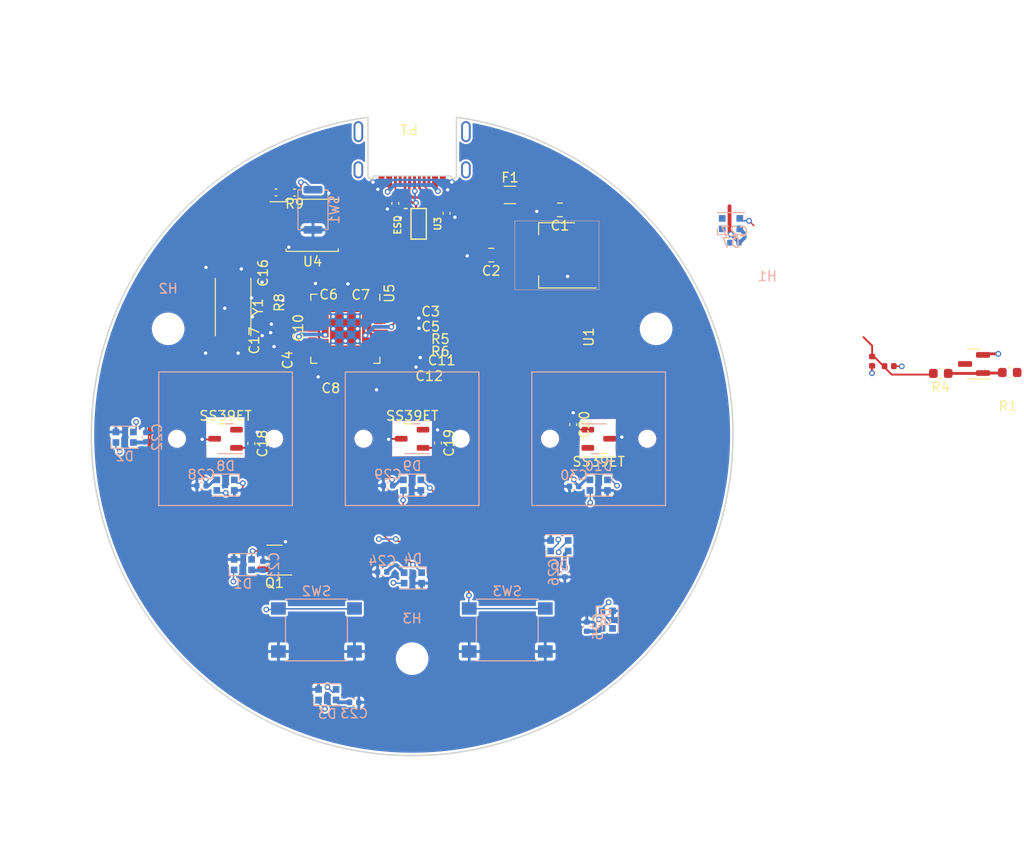
<source format=kicad_pcb>
(kicad_pcb (version 20221018) (generator pcbnew)
  (title_block (title "RP2040 Minimal Design Example") (date "2020-07-13") (rev "REV1") (company "Raspberry Pi (Trading) Ltd"))
  (layers (0 "F.Cu" signal) (31 "B.Cu" signal) (34 "B.Paste" user) (35 "F.Paste" user) (36 "B.SilkS" user "B.Silkscreen") (37 "F.SilkS" user "F.Silkscreen") (38 "B.Mask" user) (39 "F.Mask" user) (44 "Edge.Cuts" user))
  (net 0 "")
  (net 1 "GND")
  (net 2 "VBUS")
  (net 3 "/XIN")
  (net 4 "/XOUT")
  (net 5 "+3V3")
  (net 6 "+1V1")
  (net 7 "/GPIO2")
  (net 8 "/GPIO1")
  (net 9 "/GPIO0")
  (net 10 "Net-(D6-DOUT)")
  (net 11 "/GPIO9")
  (net 12 "/GPIO8")
  (net 13 "/GPIO7")
  (net 14 "/GPIO6")
  (net 15 "/GPIO5")
  (net 16 "/GPIO4")
  (net 17 "/GPIO3")
  (net 18 "/QSPI_SS")
  (net 19 "/GPIO29_ADC3")
  (net 20 "/QSPI_SD3")
  (net 21 "/QSPI_SCLK")
  (net 22 "/QSPI_SD0")
  (net 23 "/QSPI_SD2")
  (net 24 "/QSPI_SD1")
  (net 25 "/USB_D+")
  (net 26 "/USB_D-")
  (net 27 "/GPIO25")
  (net 28 "/GPIO24")
  (net 29 "/GPIO23")
  (net 30 "/GPIO22")
  (net 31 "/GPIO21")
  (net 32 "/GPIO20")
  (net 33 "/GPIO14")
  (net 34 "/GPIO13")
  (net 35 "LED_D_5V")
  (net 36 "+5V")
  (net 37 "+3V")
  (net 38 "SWCLK")
  (net 39 "SWD")
  (net 40 "RUN")
  (net 41 "Net-(U5-USB_DP)")
  (net 42 "Net-(U5-USB_DM)")
  (net 43 "RP_ADC0")
  (net 44 "RP_ADC1")
  (net 45 "RP_ADC2")
  (net 46 "Net-(D1-DOUT)")
  (net 47 "Net-(D2-DOUT)")
  (net 48 "Net-(D3-DOUT)")
  (net 49 "Net-(D4-DOUT)")
  (net 50 "Net-(D5-DOUT)")
  (net 51 "Net-(P1-CC1)")
  (net 52 "ADC_AVDD")
  (net 53 "Net-(P1-CC2)")
  (net 54 "/GPIO16")
  (net 55 "/GPIO10")
  (net 56 "/GPIO11")
  (net 57 "GPIO18")
  (net 58 "GPIO19")
  (net 59 "/GPIO12")
  (net 61 "Net-(C17-Pad1)")
  (net 62 "/GPIO17")
  (net 63 "LED_D_3V")
  (net 64 "Net-(D8-DOUT)")
  (net 65 "Net-(D10-DIN)")
  (net 66 "Net-(D10-DOUT)")
  (net 68 "Net-(R9-Pad1)")
  (footprint "Capacitor_SMD:C_0805_2012Metric" (layer "F.Cu") (at 108.27 80.79 180)
    (fp_text reference "C2")
    (fp_text value "10u")
  )
  (footprint "Capacitor_SMD:C_0402_1005Metric" (layer "F.Cu") (at 99.095 92.4925)
    (fp_text reference "C12")
    (fp_text value "1u")
  )
  (footprint "Capacitor_SMD:C_0402_1005Metric" (layer "F.Cu") (at 99.545 91.5)
    (fp_text reference "C11")
    (fp_text value "1u")
  )
  (footprint "Capacitor_SMD:C_0402_1005Metric" (layer "F.Cu") (at 91.505 93.5475 180)
    (fp_text reference "C8")
    (fp_text value "100n")
  )
  (footprint "Package_TO_SOT_SMD:SOT-223-3_TabPin2" (layer "F.Cu") (at 115.13 80.82 180)
    (fp_text reference "U1")
    (fp_text value "NCP1117-3.3_SOT223" hide)
  )
  (footprint "Package_SO:SOIC-8_5.23x5.23mm_P1.27mm" (layer "F.Cu") (at 89.55 77.675)
    (fp_text reference "U4")
    (fp_text value "W25Q32JVSS")
  )
  (footprint "Capacitor_SMD:C_0402_1005Metric" (layer "F.Cu") (at 84.312481 87.9435 -90)
    (fp_text reference "C17")
    (fp_text value "27p")
  )
  (footprint "Capacitor_SMD:C_0402_1005Metric" (layer "F.Cu") (at 99.43 88.4675)
    (fp_text reference "C5")
    (fp_text value "100n")
  )
  (footprint "Capacitor_SMD:C_0402_1005Metric" (layer "F.Cu") (at 94.6275 83.78 180)
    (fp_text reference "C7")
    (fp_text value "100n")
  )
  (footprint "Capacitor_SMD:C_0402_1005Metric" (layer "F.Cu") (at 86.505992 88.9025 180)
    (fp_text reference "C10")
    (fp_text value "100n")
  )
  (footprint "Capacitor_SMD:C_0402_1005Metric" (layer "F.Cu") (at 99.430876 89.485 180)
    (fp_text reference "R5")
    (fp_text value "27R")
  )
  (footprint "Capacitor_SMD:C_0402_1005Metric" (layer "F.Cu") (at 87.1 90.35 180)
    (fp_text reference "C4")
    (fp_text value "100n")
  )
  (footprint "Capacitor_SMD:C_0805_2012Metric" (layer "F.Cu") (at 115.45 76.06 180)
    (fp_text reference "C1")
    (fp_text value "10u")
  )
  (footprint "Capacitor_SMD:C_0402_1005Metric" (layer "F.Cu") (at 91.2775 83.75 180)
    (fp_text reference "C6")
    (fp_text value "100n")
  )
  (footprint "RP2040_minimal:RP2040-QFN-56" (layer "F.Cu") (at 93.02 88.4975 -90)
    (fp_text reference "U5")
    (fp_text value "RP2040")
  )
  (footprint "Capacitor_SMD:C_0402_1005Metric" (layer "F.Cu") (at 84.312481 84.9735 90)
    (fp_text reference "C16")
    (fp_text value "27p")
  )
  (footprint "Capacitor_SMD:C_0402_1005Metric" (layer "F.Cu") (at 99.430876 90.485 180)
    (fp_text reference "R6")
    (fp_text value "27R")
  )
  (footprint "Capacitor_SMD:C_0402_1005Metric" (layer "F.Cu") (at 99.42 87.3875)
    (fp_text reference "C3")
    (fp_text value "100n")
  )
  (footprint "Capacitor_SMD:C_0402_1005Metric" (layer "F.Cu") (at 92.575 74.2625 180)
    (fp_text reference "C15" hide)
    (fp_text value "100n" hide)
  )
  (footprint "Capacitor_SMD:C_0402_1005Metric" (layer "F.Cu") (at 86.197481 87.1585 180)
    (fp_text reference "R8")
    (fp_text value "1k")
  )
  (footprint "Crystal:Crystal_SMD_Abracon_ABM7-2Pin_6.0x3.5mm" (layer "F.Cu") (at 81.288162 86.22 -90)
    (fp_text reference "Y1")
    (fp_text value "ABM7-12.000MHZ-D2Y-T")
  )
  (footprint "Capacitor_SMD:C_0402_1005Metric" (layer "F.Cu") (at 87.715 74.2525 180)
    (fp_text reference "R9")
    (fp_text value "1k")
  )
  (footprint "Package_TO_SOT_SMD:SOT-23-5" (layer "F.Cu") (at 85.6125 112.69 180)
    (fp_text reference "Q1")
    (fp_text value "SN74LV1T34DBV")
  )
  (footprint "Capacitor_SMD:C_0603_1608Metric" (layer "F.Cu") (at 155.2575 93.1675 180)
    (fp_text reference "R4")
    (fp_text value "1R")
  )
  (footprint "Package_TO_SOT_SMD:SOT-23-3" (layer "F.Cu") (at 119.5 100)
    (fp_text reference "S3" hide)
    (fp_text value "SS39ET")
  )
  (footprint "Capacitor_SMD:C_0603_1608Metric" (layer "F.Cu") (at 162.4675 93.0675 180)
    (fp_text reference "R1")
    (fp_text value "200R")
  )
  (footprint "Keebio-Parts:SOT-143B" (layer "F.Cu") (at 100.68 77.52 -90)
    (fp_text reference "U3")
    (fp_text value "PRTR5V0U2X" hide)
  )
  (footprint "Package_TO_SOT_SMD:SOT-23-3" (layer "F.Cu") (at 100 100 180)
    (fp_text reference "S2" hide)
    (fp_text value "SS39ET")
  )
  (footprint "Package_TO_SOT_SMD:SOT-23" (layer "F.Cu") (at 158.735 92.1775 180)
    (fp_text reference "U2" hide)
    (fp_text value "LM4040DBZ-3" hide)
  )
  (footprint "Capacitor_SMD:C_0402_1005Metric" (layer "F.Cu") (at 103.6 76.415 -90)
    (fp_text reference "R2" hide)
    (fp_text value "5.1k" hide)
  )
  (footprint "Capacitor_SMD:C_0402_1005Metric" (layer "F.Cu") (at 149.865 92.4075)
    (fp_text reference "C14" hide)
    (fp_text value "1u" hide)
  )
  (footprint "Package_TO_SOT_SMD:SOT-23-3" (layer "F.Cu") (at 80.5 100 180)
    (fp_text reference "S1" hide)
    (fp_text value "SS39ET")
  )
  (footprint "Capacitor_SMD:C_0402_1005Metric" (layer "F.Cu") (at 83.19 100.5 -90)
    (fp_text reference "C18")
    (fp_text value "1u")
  )
  (footprint "Capacitor_SMD:C_0402_1005Metric" (layer "F.Cu") (at 96.33 93.61 -90)
    (fp_text reference "C9" hide)
    (fp_text value "100n" hide)
  )
  (footprint "Capacitor_SMD:C_0402_1005Metric" (layer "F.Cu") (at 148.08 91.885 -90)
    (fp_text reference "C13" hide)
    (fp_text value "100n" hide)
  )
  (footprint "Capacitor_SMD:C_0402_1005Metric" (layer "F.Cu") (at 116.84 98.524 -90)
    (fp_text reference "C20")
    (fp_text value "1u")
  )
  (footprint "Capacitor_SMD:C_0402_1005Metric" (layer "F.Cu") (at 98.242 75.383 -90)
    (fp_text reference "R3" hide)
    (fp_text value "5.1k" hide)
  )
  (footprint "Capacitor_SMD:C_0402_1005Metric" (layer "F.Cu") (at 102.7 100.44 -90)
    (fp_text reference "C19")
    (fp_text value "1u")
  )
  (footprint "Capacitor_SMD:C_0402_1005Metric" (layer "F.Cu") (at 85.775 74.2425)
    (fp_text reference "R7" hide)
    (fp_text value "10k" hide)
  )
  (footprint "Connector_USB:USB_C_Receptacle_DEALON_16P_MidMnt" (layer "F.Cu") (at 100 67.88 180)
    (fp_text reference "P1")
    (fp_text value "USB-TYPE-C-016" hide)
    (fp_line (start -4.62 -4.6) (end -4.625 1.5) (stroke (width 0.12)) (layer "Edge.Cuts"))
    (fp_line (start -4.025 -4.625) (end 4.025 -4.625) (stroke (width 0.12)) (layer "Edge.Cuts"))
    (fp_line (start 4.62 -4.6) (end 4.62 1.5) (stroke (width 0.12)) (layer "Edge.Cuts"))
    (fp_arc (start -4.62 -4.6) (mid -4.335 -4.91) (end -4.025 -4.625) (stroke (width 0.12)) (layer "Edge.Cuts"))
    (fp_arc (start 4.025 -4.625) (mid 4.335 -4.91) (end 4.62 -4.6) (stroke (width 0.12)) (layer "Edge.Cuts"))
  )
  (footprint "Fuse:Fuse_1206_3216Metric" (layer "F.Cu") (at 110.23 74.5)
    (fp_text reference "F1")
    (fp_text value "nSMD025-24V" hide)
  )
  (footprint "Capacitor_SMD:C_0402_1005Metric" (layer "B.Cu") (at 115.955 113.97 -90)
    (fp_text reference "C26")
    (fp_text value "100n")
  )
  (footprint "Button_Switch_SMD:SW_Push_SPST_NO_Alps_SKRK" (layer "B.Cu") (at 89.635 76.0525 90)
    (fp_text reference "SW1")
    (fp_text value "SKRKAHE020")
  )
  (footprint "Capacitor_SMD:C_0402_1005Metric" (layer "B.Cu") (at 97.48 104.9 180)
    (fp_text reference "C29")
    (fp_text value "100n")
  )
  (footprint "Capacitor_SMD:C_0402_1005Metric" (layer "B.Cu") (at 118.256 119.65 90)
    (fp_text reference "C25")
    (fp_text value "100n")
  )
  (footprint "MountingHole:MountingHole_3.2mm_M3" (layer "B.Cu") (at 100 123 180)
    (fp_text reference "H3")
    (fp_text value "MountingHole_3.2mm_M3")
  )
  (footprint "Capacitor_SMD:C_0402_1005Metric" (layer "B.Cu") (at 133.685 79.49 180)
    (fp_text reference "C27")
    (fp_text value "100n")
  )
  (footprint "Button_Switch_SMD:SW_Push_1P1T_NO_6x6mm_H9.5mm" (layer "B.Cu") (at 90 120 180)
    (fp_text reference "SW2")
    (fp_text value "PTS647 SN70 SMTR2 LFS")
  )
  (footprint "LED_SMD:LED_WS2812B-2020_PLCC4_2.0x2.0mm" (layer "B.Cu") (at 69.95 99.84)
    (fp_text reference "D2")
    (fp_text value "WS2812B-2020")
  )
  (footprint "Button_Switch_Keyboard:SW_Lekker_MX_1.00u_PCB" (layer "B.Cu") (at 119.5 100 180)
    (fp_text reference "REF**" hide)
    (fp_text value "SW_Lekker_MX_1.00u_PCB")
  )
  (footprint "Capacitor_SMD:C_0402_1005Metric" (layer "B.Cu") (at 84.413 113.298 90)
    (fp_text reference "C21")
    (fp_text value "100n")
  )
  (footprint "Button_Switch_Keyboard:SW_Lekker_MX_1.00u_PCB" (layer "B.Cu") (at 100 100 180)
    (fp_text reference "REF**" hide)
    (fp_text value "SW_Lekker_MX_1.00u_PCB")
  )
  (footprint "Capacitor_SMD:C_0402_1005Metric" (layer "B.Cu") (at 72.18 99.84 90)
    (fp_text reference "C22")
    (fp_text value "100n")
  )
  (footprint "LED_SMD:LED_WS2812B-2020_PLCC4_2.0x2.0mm" (layer "B.Cu") (at 119.5 104.85 180)
    (fp_text reference "D10")
    (fp_text value "WS2812B-2020")
  )
  (footprint "LED_SMD:LED_WS2812B-2020_PLCC4_2.0x2.0mm" (layer "B.Cu") (at 120.4 118.92 -90)
    (fp_text reference "D5")
    (fp_text value "WS2812B-2020")
  )
  (footprint "MountingHole:MountingHole_3.2mm_M3" (layer "B.Cu") (at 74.5 88.5 180)
    (fp_text reference "H2")
    (fp_text value "MountingHole_3.2mm_M3")
  )
  (footprint "Capacitor_SMD:C_0402_1005Metric" (layer "B.Cu") (at 93.939 127.569)
    (fp_text reference "C23")
    (fp_text value "100n")
  )
  (footprint "LED_SMD:LED_WS2812B-2020_PLCC4_2.0x2.0mm" (layer "B.Cu") (at 133.33 77.5)
    (fp_text reference "D7")
    (fp_text value "WS2812B-2020")
  )
  (footprint "MountingHole:MountingHole_3.2mm_M3" (layer "B.Cu") (at 125.5 88.5 180)
    (fp_text reference "H1")
    (fp_text value "MountingHole_3.2mm_M3")
  )
  (footprint "LED_SMD:LED_WS2812B-2020_PLCC4_2.0x2.0mm" (layer "B.Cu") (at 91.135 126.77)
    (fp_text reference "D3")
    (fp_text value "WS2812B-2020")
  )
  (footprint "LED_SMD:LED_WS2812B-2020_PLCC4_2.0x2.0mm" (layer "B.Cu") (at 100 104.85 180)
    (fp_text reference "D9")
    (fp_text value "WS2812B-2020")
  )
  (footprint "Button_Switch_SMD:SW_Push_1P1T_NO_6x6mm_H9.5mm" (layer "B.Cu") (at 109.94 120 180)
    (fp_text reference "SW3")
    (fp_text value "PTS647 SN70 SMTR2 LFS")
  )
  (footprint "LED_SMD:LED_WS2812B-2020_PLCC4_2.0x2.0mm" (layer "B.Cu") (at 82.303 113.168)
    (fp_text reference "D1")
    (fp_text value "WS2812B-2020")
  )
  (footprint "Button_Switch_Keyboard:SW_Lekker_MX_1.00u_PCB" (layer "B.Cu") (at 80.5 100 180)
    (fp_text reference "REF**" hide)
    (fp_text value "SW_Lekker_MX_1.00u_PCB")
  )
  (footprint "LED_SMD:LED_WS2812B-2020_PLCC4_2.0x2.0mm" (layer "B.Cu") (at 115.395 111.19)
    (fp_text reference "D6")
    (fp_text value "WS2812B-2020")
  )
  (footprint "LED_SMD:LED_WS2812B-2020_PLCC4_2.0x2.0mm" (layer "B.Cu") (at 80.5 104.85 180)
    (fp_text reference "D8")
    (fp_text value "WS2812B-2020")
  )
  (footprint "Capacitor_SMD:C_0402_1005Metric" (layer "B.Cu") (at 77.978 104.902 180)
    (fp_text reference "C28")
    (fp_text value "100n")
  )
  (footprint "LED_SMD:LED_WS2812B-2020_PLCC4_2.0x2.0mm" (layer "B.Cu") (at 100.076 114.554 180)
    (fp_text reference "D4")
    (fp_text value "WS2812B-2020" hide)
  )
  (footprint "Capacitor_SMD:C_0402_1005Metric" (layer "B.Cu") (at 116.93 104.98 180)
    (fp_text reference "C30")
    (fp_text value "100n")
  )
  (footprint "Capacitor_SMD:C_0402_1005Metric" (layer "B.Cu") (at 96.87 113.93 180)
    (fp_text reference "C24")
    (fp_text value "100n")
  )
  (gr_arc (start 104.625 66.38) (mid 99.997523 133.136981) (end 95.379906 66.379318) (stroke (width 0.15)) (layer "Edge.Cuts"))
  (segment (start 105.755625 80.86875) (end 105.784375 80.84) (width 0.6) (layer "F.Cu") (net 1))
  (segment (start 99.925 87.3675) (end 100.68 87.3675) (width 0.2) (layer "F.Cu") (net 1))
  (segment (start 103.77 73.9075) (end 103.77 73.54) (width 0.25) (layer "F.Cu") (net 1))
  (segment (start 90.1775 93.535) (end 91.0075 93.535) (width 0.15) (layer "F.Cu") (net 1))
  (segment (start 100.8375 91.5) (end 100.03 91.5) (width 0.2) (layer "F.Cu") (net 1))
  (segment (start 85.285 88.0125) (end 85.048481 88.0125) (width 0.15) (layer "F.Cu") (net 1))
  (segment (start 83.81 99.33) (end 83.19 99.95) (width 0.2) (layer "F.Cu") (net 1))
  (segment (start 78.05 100.06) (end 78.1 100.07) (width 0.2) (layer "F.Cu") (net 1))
  (segment (start 86.724338 79.58) (end 85.95 79.58) (width 0.15) (layer "F.Cu") (net 1))
  (segment (start 100.72 88.4475) (end 99.9125 88.4475) (width 0.2) (layer "F.Cu") (net 1))
  (segment (start 99.905 87.3875) (end 99.925 87.3675) (width 0.2) (layer "F.Cu") (net 1))
  (segment (start 86.76 110.77) (end 86.76 111.655) (width 0.2) (layer "F.Cu") (net 1))
  (segment (start 84.632481 88.4285) (end 84.312481 88.4285) (width 0.15) (layer "F.Cu") (net 1))
  (segment (start 87.109669 79.965331) (end 86.724338 79.58) (width 0.2) (layer "F.Cu") (net 1))
  (segment (start 104.13 73.135) (end 104.15 73.155) (width 0.25) (layer "F.Cu") (net 1))
  (segment (start 96.42 73.915) (end 96.42 73.37) (width 0.25) (layer "F.Cu") (net 1))
  (segment (start 96.42 73.37) (end 96.9 72.89) (width 0.25) (layer "F.Cu") (net 1))
  (segment (start 151.105 92.4275) (end 151.085 92.4075) (width 0.15) (layer "F.Cu") (net 1))
  (segment (start 99.5875 92.5) (end 100.405 92.5) (width 0.2) (layer "F.Cu") (net 1))
  (segment (start 78.98 100.07) (end 78.12 100.07) (width 0.2) (layer "F.Cu") (net 1))
  (segment (start 96.635 73.155) (end 95.9075 73.155) (width 0.25) (layer "F.Cu") (net 1))
  (segment (start 117.38 83.02) (end 117.46 82.94) (width 0.8) (layer "F.Cu") (net 1))
  (segment (start 98.242 76.003) (end 97.442 76.003) (width 0.15) (layer "F.Cu") (net 1))
  (segment (start 86.020992 88.9025) (end 85.209008 88.9025) (width 0.2) (layer "F.Cu") (net 1))
  (segment (start 83.19 99.95) (end 83.19 100.02) (width 0.15) (layer "F.Cu") (net 1))
  (segment (start 121.92 99.822) (end 120.8155 99.822) (width 0.2) (layer "F.Cu") (net 1))
  (segment (start 104.38 76.925) (end 104.47 76.835) (width 0.2) (layer "F.Cu") (net 1))
  (segment (start 102.71 99.98) (end 102.71 99.16) (width 0.2) (layer "F.Cu") (net 1))
  (segment (start 84.312481 89.209) (end 84.323981 89.2205) (width 0.15) (layer "F.Cu") (net 1))
  (segment (start 148.055 93.124324) (end 148.071352 93.140676) (width 0.2) (layer "F.Cu") (net 1))
  (segment (start 93.2875 83.81) (end 93.4875 83.61) (width 0.15) (layer "F.Cu") (net 1))
  (segment (start 96.9 72.89) (end 96.635 73.155) (width 0.25) (layer "F.Cu") (net 1))
  (segment (start 85.583016 88.9035) (end 85.58301 88.903494) (width 0.2) (layer "F.Cu") (net 1))
  (segment (start 84.312481 88.4285) (end 84.312481 89.209) (width 0.15) (layer "F.Cu") (net 1))
  (segment (start 98.77 76.905) (end 99.37 76.905) (width 0.4) (layer "F.Cu") (net 1))
  (segment (start 79.03 100.02) (end 78.98 100.07) (width 0.2) (layer "F.Cu") (net 1))
  (segment (start 120.8155 99.822) (end 120.6375 100) (width 0.2) (layer "F.Cu") (net 1))
  (segment (start 116.84 97.282) (end 116.77 97.352) (width 0.15) (layer "F.Cu") (net 1))
  (segment (start 114.155 76.22) (end 114.235 76.14) (width 0.8) (layer "F.Cu") (net 1))
  (segment (start 113.025 76.22) (end 114.155 76.22) (width 0.8) (layer "F.Cu") (net 1))
  (segment (start 84.312481 84.4885) (end 84.312481 83.6325) (width 0.2) (layer "F.Cu") (net 1))
  (segment (start 103.77 73.54) (end 103.365 73.135) (width 0.25) (layer "F.Cu") (net 1))
  (segment (start 89.5825 87.4975) (end 88.442981 87.4975) (width 0.15) (layer "F.Cu") (net 1))
  (segment (start 96.275 94.875676) (end 96.275 94.205676) (width 0.2) (layer "F.Cu") (net 1))
  (segment (start 99.37 76.905) (end 99.658234 76.616766) (width 0.4) (layer "F.Cu") (net 1))
  (segment (start 86.375 90.3625) (end 85.562996 90.3625) (width 0.2) (layer "F.Cu") (net 1))
  (segment (start 104.41 76.895) (end 104.47 76.835) (width 0.15) (layer "F.Cu") (net 1))
  (segment (start 103.71625 73.96125) (end 103.77 73.9075) (width 0.25) (layer "F.Cu") (net 1))
  (segment (start 91.295 74.3225) (end 91.81 74.3225) (width 0.15) (layer "F.Cu") (net 1))
  (segment (start 161.2685 91.1175) (end 160.1125 91.1175) (width 0.3) (layer "F.Cu") (net 1))
  (segment (start 78.1 100.07) (end 78.11 100.07) (width 0.2) (layer "F.Cu") (net 1))
  (segment (start 160.1125 91.1175) (end 159.9485 91.2815) (width 0.3) (layer "F.Cu") (net 1))
  (segment (start 116.77 97.352) (end 116.77 97.994) (width 0.2) (layer "F.Cu") (net 1))
  (segment (start 93.4875 83.61) (end 93.8425 83.61) (width 0.15) (layer "F.Cu") (net 1))
  (segment (start 98.45 100.01) (end 97.63 100.01) (width 0.2) (layer "F.Cu") (net 1))
  (segment (start 105.784375 80.84) (end 107.115625 80.84) (width 0.6) (layer "F.Cu") (net 1))
  (segment (start 116.25 83.02) (end 117.38 83.02) (width 0.8) (layer "F.Cu") (net 1))
  (segment (start 148.055 92.490676) (end 148.055 93.124324) (width 0.2) (layer "F.Cu") (net 1))
  (segment (start 85.048481 88.0125) (end 84.632481 88.4285) (width 0.15) (layer "F.Cu") (net 1))
  (segment (start 78.12 100.07) (end 78.05 100.06) (width 0.2) (layer "F.Cu") (net 1))
  (segment (start 89.8975 83.76) (end 90.71 83.76) (width 0.2) (layer "F.Cu") (net 1))
  (segment (start 103.6 76.895) (end 104.41 76.895) (width 0.15) (layer "F.Cu") (net 1))
  (segment (start 100.8475 91.51) (end 100.8375 91.5) (width 0.2) (layer "F.Cu") (net 1))
  (segment (start 97.442 76.003) (end 97.412 75.973) (width 0.15) (layer "F.Cu") (net 1))
  (segment (start 104.17 73.135) (end 104.15 73.155) (width 0.25) (layer "F.Cu") (net 1))
  (segment (start 88.442981 87.4975) (end 86.482981 85.5375) (width 0.15) (layer "F.Cu") (net 1))
  (segment (start 103.365 73.135) (end 104.13 73.135) (width 0.25) (layer "F.Cu") (net 1))
  (segment (start 151.085 92.4075) (end 150.362831 92.4075) (width 0.15) (layer "F.Cu") (net 1))
  (via (at 85.285 88.0125) (size 0.6) (drill 0.35) (layers "F.Cu" "B.Cu") (net 1))
  (via (at 80.412481 86.3485) (size 0.6) (drill 0.35) (layers "F.Cu" "B.Cu") (net 1))
  (via (at 83.298162 87.25) (size 0.6) (drill 0.35) (layers "F.Cu" "B.Cu") (net 1))
  (via (at 78.45 82.085) (size 0.6) (drill 0.35) (layers "F.Cu" "B.Cu") (net 1))
  (via (at 82.142481 82.236) (size 0.6) (drill 0.35) (layers "F.Cu" "B.Cu") (net 1))
  (via (at 81.812481 91.0485) (size 0.6) (drill 0.35) (layers "F.Cu" "B.Cu") (net 1))
  (via (at 93.2875 83.81) (size 0.6) (drill 0.35) (layers "F.Cu" "B.Cu") (net 1))
  (via (at 161.2685 91.1175) (size 0.6) (drill 0.35) (layers "F.Cu" "B.Cu") (net 1))
  (via (at 90.1775 93.535) (size 0.6) (drill 0.35) (layers "F.Cu" "B.Cu") (net 1))
  (via (at 86.482981 85.5375) (size 0.6) (drill 0.35) (layers "F.Cu" "B.Cu") (net 1))
  (via (at 148.071352 93.140676) (size 0.6) (drill 0.35) (layers "F.Cu" "B.Cu") (net 1))
  (via (at 103.71625 73.96125) (size 0.6) (drill 0.35) (layers "F.Cu" "B.Cu") (net 1))
  (via (at 89.8975 83.76) (size 0.6) (drill 0.35) (layers "F.Cu" "B.Cu") (net 1))
  (via (at 83.81 99.33) (size 0.6) (drill 0.35) (layers "F.Cu" "B.Cu") (net 1))
  (via (at 113.025 76.22) (size 0.6) (drill 0.35) (layers "F.Cu" "B.Cu") (net 1))
  (via (at 104.15 73.155) (size 0.6) (drill 0.35) (layers "F.Cu" "B.Cu") (net 1))
  (via (at 95.908119 73.163005) (size 0.6) (drill 0.35) (layers "F.Cu" "B.Cu") (net 1))
  (via (at 86.76 110.77) (size 0.6) (drill 0.35) (layers "F.Cu" "B.Cu") (net 1))
  (via (at 100.405 92.5) (size 0.6) (drill 0.35) (layers "F.Cu" "B.Cu") (net 1))
  (via (at 96.42 73.915) (size 0.6) (drill 0.35) (layers "F.Cu" "B.Cu") (net 1))
  (via (at 91.295 74.3225) (size 0.6) (drill 0.35) (layers "F.Cu" "B.Cu") (net 1))
  (via (at 97.54 100.06) (size 0.6) (drill 0.35) (layers "F.Cu" "B.Cu") (net 1))
  (via (at 84.323981 89.2205) (size 0.6) (drill 0.35) (layers "F.Cu" "B.Cu") (net 1))
  (via (at 85.209008 88.9025) (size 0.6) (drill 0.35) (layers "F.Cu" "B.Cu") (net 1))
  (via (at 98.77 76.905) (size 0.6) (drill 0.35) (layers "F.Cu" "B.Cu") (net 1))
  (via (at 97.412 75.973) (size 0.6) (drill 0.35) (layers "F.Cu" "B.Cu") (net 1))
  (via (at 78.41 91.0485) (size 0.6) (drill 0.35) (layers "F.Cu" "B.Cu") (net 1))
  (via (at 116.84 97.282) (size 0.6) (drill 0.35) (layers "F.Cu" "B.Cu") (net 1))
  (via (at 100.8475 91.51) (size 0.6) (drill 0.35) (layers "F.Cu" "B.Cu") (net 1))
  (via (at 102.66 99.07) (size 0.6) (drill 0.35) (layers "F.Cu" "B.Cu") (net 1))
  (via (at 105.755625 80.86875) (size 0.6) (drill 0.35) (layers "F.Cu" "B.Cu") (net 1))
  (via (at 121.92 99.822) (size 0.6) (drill 0.35) (layers "F.Cu" "B.Cu") (net 1))
  (via (at 96.275 94.875676) (size 0.6) (drill 0.35) (layers "F.Cu" "B.Cu") (net 1))
  (via (at 78.05 100.06) (size 0.6) (drill 0.35) (layers "F.Cu" "B.Cu") (net 1))
  (via (at 84.312481 83.6325) (size 0.6) (drill 0.35) (layers "F.Cu" "B.Cu") (net 1))
  (via (at 116.25 83.02) (size 0.6) (drill 0.35) (layers "F.Cu" "B.Cu") (net 1))
  (via (at 100.72 88.4475) (size 0.6) (drill 0.35) (layers "F.Cu" "B.Cu") (net 1))
  (via (at 87.109669 79.965331) (size 0.6) (drill 0.35) (layers "F.Cu" "B.Cu") (net 1))
  (via (at 104.47 76.835) (size 0.6) (drill 0.35) (layers "F.Cu" "B.Cu") (net 1))
  (via (at 100.7 87.3875) (size 0.6) (drill 0.35) (layers "F.Cu" "B.Cu") (net 1))
  (via (at 85.562996 90.3625) (size 0.6) (drill 0.35) (layers "F.Cu" "B.Cu") (net 1))
  (via (at 151.18 92.43) (size 0.6) (drill 0.35) (layers "F.Cu" "B.Cu") (net 1))
  (via (at 83.218162 85.27) (size 0.6) (drill 0.35) (layers "F.Cu" "B.Cu") (net 1))
  (segment (start 81.383 112.618) (end 81.663 112.618) (width 0.15) (layer "B.Cu") (net 1))
  (segment (start 102.69 74.105) (end 102.48 73.895) (width 0.4) (layer "F.Cu") (net 2))
  (segment (start 97.44 74.175) (end 97.68 73.935) (width 0.4) (layer "F.Cu") (net 2))
  (segment (start 102.48 73.895) (end 102.48 73.06) (width 0.4) (layer "F.Cu") (net 2))
  (segment (start 97.68 73.935) (end 97.68 73.06) (width 0.4) (layer "F.Cu") (net 2))
  (via (at 97.44 74.175) (size 0.6) (drill 0.35) (layers "F.Cu" "B.Cu") (net 2))
  (via (at 102.69 74.105) (size 0.6) (drill 0.35) (layers "F.Cu" "B.Cu") (net 2))
  (segment (start 98.132 73.453) (end 102.078 73.453) (width 0.4) (layer "B.Cu") (net 2))
  (segment (start 97.415 74.185) (end 98.137 73.463) (width 0.4) (layer "B.Cu") (net 2))
  (segment (start 102.695 74.075) (end 102.695 74.115) (width 0.4) (layer "B.Cu") (net 2))
  (segment (start 97.49 74.095) (end 97.44 74.145) (width 0.4) (layer "B.Cu") (net 2))
  (segment (start 97.445 74.155) (end 97.445 74.185) (width 0.4) (layer "B.Cu") (net 2))
  (segment (start 102.695 74.115) (end 102.735 74.115) (width 0.4) (layer "B.Cu") (net 2))
  (segment (start 102.078 73.453) (end 102.69 74.065) (width 0.4) (layer "B.Cu") (net 2))
  (segment (start 97.445 74.185) (end 97.415 74.185) (width 0.4) (layer "B.Cu") (net 2))
  (segment (start 102.735 74.115) (end 102.695 74.075) (width 0.4) (layer "B.Cu") (net 2))
  (segment (start 83.661981 86.109) (end 82.157162 86.109) (width 0.15) (layer "F.Cu") (net 3))
  (segment (start 86.779717 86.2585) (end 85.112481 86.2585) (width 0.15) (layer "F.Cu") (net 3))
  (segment (start 89.5825 87.8975) (end 88.418717 87.8975) (width 0.15) (layer "F.Cu") (net 3))
  (segment (start 88.418717 87.8975) (end 86.779717 86.2585) (width 0.15) (layer "F.Cu") (net 3))
  (segment (start 82.157162 86.109) (end 80.197662 84.1495) (width 0.15) (layer "F.Cu") (net 3))
  (segment (start 84.312481 85.4585) (end 83.661981 86.109) (width 0.15) (layer "F.Cu") (net 3))
  (segment (start 85.112481 86.2585) (end 84.312481 85.4585) (width 0.15) (layer "F.Cu") (net 3))
  (segment (start 89.5825 88.2975) (end 87.821481 88.2975) (width 0.15) (layer "F.Cu") (net 4))
  (segment (start 87.821481 88.2975) (end 86.682481 87.1585) (width 0.15) (layer "F.Cu") (net 4))
  (segment (start 97.510001 88.850001) (end 98.045323 88.850001) (width 0.2) (layer "F.Cu") (net 5))
  (segment (start 98.167824 88.7275) (end 98.685 88.7275) (width 0.2) (layer "F.Cu") (net 5))
  (segment (start 90.135 88.6725) (end 87.596 88.6725) (width 0.2) (layer "F.Cu") (net 5))
  (segment (start 96.4975 88.7) (end 95.66 88.7) (width 0.2) (layer "F.Cu") (net 5))
  (segment (start 95.62 84.2875) (end 95.1125 83.78) (width 0.2) (layer "F.Cu") (net 5))
  (segment (start 95.6675 90.7) (end 95.62 90.7475) (width 0.2) (layer "F.Cu") (net 5))
  (segment (start 83.16 100.95) (end 83.19 100.98) (width 0.15) (layer "F.Cu") (net 5))
  (segment (start 83.05 101.12) (end 83.19 100.98) (width 0.15) (layer "F.Cu") (net 5))
  (segment (start 98.685 88.7275) (end 98.945 88.4675) (width 0.2) (layer "F.Cu") (net 5))
  (segment (start 96.4975 89.1) (end 95.86 89.1) (width 0.2) (layer "F.Cu") (net 5))
  (segment (start 97.36 88.7) (end 96.4975 88.7) (width 0.2) (layer "F.Cu") (net 5))
  (segment (start 91.7625 83.75) (end 92.02 84.0075) (width 0.2) (layer "F.Cu") (net 5))
  (segment (start 92.02 93.5175) (end 92.02 91.935) (width 0.2) (layer "F.Cu") (net 5))
  (segment (start 95.62 85.725) (end 95.61 85.735) (width 0.2) (layer "F.Cu") (net 5))
  (segment (start 90.195 88.7325) (end 90.135 88.6725) (width 0.2) (layer "F.Cu") (net 5))
  (segment (start 91.905 83.535) (end 91.7625 83.6775) (width 0.2) (layer "F.Cu") (net 5))
  (segment (start 93.15 75.77) (end 93.15 74.46) (width 0.2) (layer "F.Cu") (net 5))
  (segment (start 92.02 84.0075) (end 92.02 85.06) (width 0.2) (layer "F.Cu") (net 5))
  (segment (start 95.62 85.06) (end 95.62 84.2875) (width 0.2) (layer "F.Cu") (net 5))
  (segment (start 92.02 91.935) (end 92.02 90.95) (width 0.2) (layer "F.Cu") (net 5))
  (segment (start 116.84 99.004) (end 116.886 99.05) (width 0.2) (layer "F.Cu") (net 5))
  (segment (start 81.6375 100.95) (end 83.16 100.95) (width 0.2) (layer "F.Cu") (net 5))
  (segment (start 96.4975 89.1) (end 97.260002 89.1) (width 0.2) (layer "F.Cu") (net 5))
  (segment (start 97.510001 88.850001) (end 97.36 88.7) (width 0.2) (layer "F.Cu") (net 5))
  (segment (start 91.7625 83.75) (end 91.7625 83.715) (width 0.2) (layer "F.Cu") (net 5))
  (segment (start 92.02 85.8) (end 92.01 85.81) (width 0.2) (layer "F.Cu") (net 5))
  (segment (start 116.835 98.954) (end 116.995 99.114) (width 0.15) (layer "F.Cu") (net 5))
  (segment (start 87.365 88.9035) (end 86.989992 88.9035) (width 0.2) (layer "F.Cu") (net 5))
  (segment (start 98.045323 88.850001) (end 98.167824 88.7275) (width 0.2) (layer "F.Cu") (net 5))
  (segment (start 95.62 92.395) (end 96.33 93.105) (width 0.2) (layer "F.Cu") (net 5))
  (segment (start 91.7625 83.6775) (end 91.7625 83.75) (width 0.2) (layer "F.Cu") (net 5))
  (segment (start 87.596 88.6725) (end 87.365 88.9035) (width 0.2) (layer "F.Cu") (net 5))
  (segment (start 92.02 90.95) (end 92.035 90.935) (width 0.2) (layer "F.Cu") (net 5))
  (segment (start 97.260002 89.1) (end 97.510001 88.850001) (width 0.2) (layer "F.Cu") (net 5))
  (segment (start 95.86 89.1) (end 95.66 88.9) (width 0.2) (layer "F.Cu") (net 5))
  (segment (start 95.62 90.7475) (end 95.62 91.935) (width 0.2) (layer "F.Cu") (net 5))
  (segment (start 102.51 101.1) (end 102.59 101.02) (width 0.15) (layer "F.Cu") (net 5))
  (segment (start 92.02 85.06) (end 92.02 85.8) (width 0.2) (layer "F.Cu") (net 5))
  (segment (start 97.0025 90.7) (end 95.6675 90.7) (width 0.2) (layer "F.Cu") (net 5))
  (segment (start 116.886 99.05) (end 118.3625 99.05) (width 0.2) (layer "F.Cu") (net 5))
  (segment (start 101.1375 100.95) (end 102.63 100.95) (width 0.2) (layer "F.Cu") (net 5))
  (segment (start 98.61 92.3075) (end 97.0025 90.7) (width 0.2) (layer "F.Cu") (net 5))
  (segment (start 95.62 85.06) (end 95.62 85.725) (width 0.2) (layer "F.Cu") (net 5))
  (segment (start 96.4575 88.2975) (end 97.820006 88.2975) (width 0.2) (layer "F.Cu") (net 6))
  (segment (start 95.12 89.1875) (end 95.12 88.9975) (width 0.15) (layer "F.Cu") (net 6))
  (segment (start 88.165 89.77) (end 87.585 90.35) (width 0.2) (layer "F.Cu") (net 6))
  (segment (start 97.820006 88.217494) (end 97.820006 88.2975) (width 0.2) (layer "F.Cu") (net 6))
  (segment (start 97.26 90.3) (end 98.46 91.5) (width 0.2) (layer "F.Cu") (net 6))
  (segment (start 88.39 89.0975) (end 89.5825 89.0975) (width 0.2) (layer "F.Cu") (net 6))
  (segment (start 88.165 89.3225) (end 88.39 89.0975) (width 0.2) (layer "F.Cu") (net 6))
  (segment (start 96.4975 90.3) (end 97.26 90.3) (width 0.2) (layer "F.Cu") (net 6))
  (segment (start 98.46 91.5) (end 99.06 91.5) (width 0.2) (layer "F.Cu") (net 6))
  (segment (start 88.165 89.3225) (end 88.165 89.77) (width 0.2) (layer "F.Cu") (net 6))
  (segment (start 96.4975 90.3) (end 95.66 90.3) (width 0.2) (layer "F.Cu") (net 6))
  (segment (start 98.935 87.3875) (end 98.65 87.3875) (width 0.2) (layer "F.Cu") (net 6))
  (segment (start 98.65 87.3875) (end 97.820006 88.217494) (width 0.2) (layer "F.Cu") (net 6))
  (via (at 97.820006 88.2975) (size 0.6) (drill 0.35) (layers "F.Cu" "B.Cu") (net 6))
  (via (at 95.12 89.1875) (size 0.6) (drill 0.35) (layers "F.Cu" "B.Cu") (net 6))
  (via (at 88.165 89.3225) (size 0.6) (drill 0.35) (layers "F.Cu" "B.Cu") (net 6))
  (via (at 90.91 89.135) (size 0.6) (drill 0.35) (layers "F.Cu" "B.Cu") (net 6))
  (segment (start 90.85503 89.0925) (end 90.88503 89.1225) (width 0.4) (layer "B.Cu") (net 6))
  (segment (start 97.820006 88.2975) (end 96.01 88.2975) (width 0.4) (layer "B.Cu") (net 6))
  (segment (start 88.395 89.0925) (end 90.85503 89.0925) (width 0.4) (layer "B.Cu") (net 6))
  (segment (start 96.01 88.2975) (end 95.12 89.1875) (width 0.4) (layer "B.Cu") (net 6))
  (segment (start 88.165 89.3225) (end 88.395 89.0925) (width 0.4) (layer "B.Cu") (net 6))
  (segment (start 135.209 77.204) (end 135.717 77.712) (width 0.15) (layer "F.Cu") (net 10))
  (via (at 135.209 77.204) (size 0.6) (drill 0.35) (layers "F.Cu" "B.Cu") (net 10))
  (via (at 115.279502 110.5405) (size 0.6) (drill 0.35) (layers "F.Cu" "B.Cu") (net 10))
  (segment (start 115.279502 110.5405) (end 115.279502 110.940498) (width 0.15) (layer "B.Cu") (net 10))
  (segment (start 135.209 77.204) (end 134.499 77.204) (width 0.15) (layer "B.Cu") (net 10))
  (segment (start 115.279502 110.940498) (end 114.48 111.74) (width 0.15) (layer "B.Cu") (net 10))
  (segment (start 134.499 77.204) (end 134.245 76.95) (width 0.15) (layer "B.Cu") (net 10))
  (segment (start 87.215 74.3125) (end 86.16 75.3675) (width 0.15) (layer "F.Cu") (net 18))
  (segment (start 86.3875 81.935) (end 84.525 80.0725) (width 0.15) (layer "F.Cu") (net 18))
  (segment (start 85.5875 75.77) (end 85.95 75.77) (width 0.15) (layer "F.Cu") (net 18))
  (segment (start 96.12 85.56) (end 96.12 82.910037) (width 0.15) (layer "F.Cu") (net 18))
  (segment (start 86.285 74.3125) (end 86.215 74.2425) (width 0.15) (layer "F.Cu") (net 18))
  (segment (start 96.12 82.910037) (end 95.144963 81.935) (width 0.15) (layer "F.Cu") (net 18))
  (segment (start 87.215 74.3125) (end 86.285 74.3125) (width 0.15) (layer "F.Cu") (net 18))
  (segment (start 84.525 76.8325) (end 85.5875 75.77) (width 0.15) (layer "F.Cu") (net 18))
  (segment (start 84.525 80.0725) (end 84.525 76.8325) (width 0.15) (layer "F.Cu") (net 18))
  (segment (start 95.144963 81.935) (end 86.3875 81.935) (width 0.15) (layer "F.Cu") (net 18))
  (segment (start 86.16 75.3675) (end 86.16 75.72) (width 0.15) (layer "F.Cu") (net 18))
  (segment (start 96.4575 85.8975) (end 96.12 85.56) (width 0.15) (layer "F.Cu") (net 18))
  (segment (start 97.128528 87.8975) (end 98.5075 86.518528) (width 0.15) (layer "F.Cu") (net 20))
  (segment (start 94.859338 78.444338) (end 93.455 77.04) (width 0.15) (layer "F.Cu") (net 20))
  (segment (start 98.5075 83.105736) (end 94.859338 79.457574) (width 0.15) (layer "F.Cu") (net 20))
  (segment (start 98.5075 86.518528) (end 98.5075 83.105736) (width 0.15) (layer "F.Cu") (net 20))
  (segment (start 93.455 77.04) (end 93.15 77.04) (width 0.15) (layer "F.Cu") (net 20))
  (segment (start 96.4575 87.8975) (end 97.128528 87.8975) (width 0.15) (layer "F.Cu") (net 20))
  (segment (start 94.859338 79.457574) (end 94.859338 78.444338) (width 0.15) (layer "F.Cu") (net 20))
  (segment (start 93.2875 78.31) (end 93.15 78.31) (width 0.15) (layer "F.Cu") (net 21))
  (segment (start 97.104264 87.4975) (end 98.1775 86.424264) (width 0.15) (layer "F.Cu") (net 21))
  (segment (start 98.1775 83.2) (end 93.2875 78.31) (width 0.15) (layer "F.Cu") (net 21))
  (segment (start 96.4575 87.4975) (end 97.104264 87.4975) (width 0.15) (layer "F.Cu") (net 21))
  (segment (start 98.1775 86.424264) (end 98.1775 83.2) (width 0.15) (layer "F.Cu") (net 21))
  (segment (start 97.8775 86.3) (end 97.8775 83.326878) (width 0.15) (layer "F.Cu") (net 22))
  (segment (start 97.8775 83.326878) (end 94.130622 79.58) (width 0.15) (layer "F.Cu") (net 22))
  (segment (start 97.08 87.0975) (end 97.8775 86.3) (width 0.15) (layer "F.Cu") (net 22))
  (segment (start 96.4575 87.0975) (end 97.08 87.0975) (width 0.15) (layer "F.Cu") (net 22))
  (segment (start 94.130622 79.58) (end 93.15 79.58) (width 0.15) (layer "F.Cu") (net 22))
  (segment (start 97.5775 86.154264) (end 97.5775 83.451142) (width 0.15) (layer "F.Cu") (net 23))
  (segment (start 86.196801 78.31) (end 85.95 78.31) (width 0.15) (layer "F.Cu") (net 23))
  (segment (start 97.034264 86.6975) (end 97.5775 86.154264) (width 0.15) (layer "F.Cu") (net 23))
  (segment (start 97.5775 83.451142) (end 95.401358 81.275) (width 0.15) (layer "F.Cu") (net 23))
  (segment (start 96.4575 86.6975) (end 97.034264 86.6975) (width 0.15) (layer "F.Cu") (net 23))
  (segment (start 89.161801 81.275) (end 86.196801 78.31) (width 0.15) (layer "F.Cu") (net 23))
  (segment (start 95.401358 81.275) (end 89.161801 81.275) (width 0.15) (layer "F.Cu") (net 23))
  (segment (start 96.4575 86.2975) (end 97.01 86.2975) (width 0.15) (layer "F.Cu") (net 24))
  (segment (start 97.01 86.2975) (end 97.23 86.0775) (width 0.15) (layer "F.Cu") (net 24))
  (segment (start 97.23 83.527906) (end 95.337094 81.635) (width 0.15) (layer "F.Cu") (net 24))
  (segment (start 84.825 77.8225) (end 85.6075 77.04) (width 0.15) (layer "F.Cu") (net 24))
  (segment (start 86.511764 81.635) (end 84.825 79.948236) (width 0.15) (layer "F.Cu") (net 24))
  (segment (start 84.825 79.948236) (end 84.825 77.8225) (width 0.15) (layer "F.Cu") (net 24))
  (segment (start 97.23 86.0775) (end 97.23 83.527906) (width 0.15) (layer "F.Cu") (net 24))
  (segment (start 95.337094 81.635) (end 86.511764 81.635) (width 0.15) (layer "F.Cu") (net 24))
  (segment (start 85.6075 77.04) (end 85.95 77.04) (width 0.15) (layer "F.Cu") (net 24))
  (segment (start 100.2745 74.1025) (end 100.25 74.078) (width 0.25) (layer "F.Cu") (net 25))
  (segment (start 100.25 74.078) (end 100.25 73.105) (width 0.25) (layer "F.Cu") (net 25))
  (segment (start 100.377182 78.385) (end 99.69 78.385) (width 0.4) (layer "F.Cu") (net 25))
  (segment (start 100.4 75.3395) (end 100.4 75.285) (width 0.25) (layer "F.Cu") (net 25))
  (segment (start 100.048814 75.3395) (end 100.4 75.3395) (width 0.25) (layer "F.Cu") (net 25))
  (segment (start 100.41 78.352182) (end 100.41 75.965) (width 0.4) (layer "F.Cu") (net 25))
  (segment (start 100.377182 78.385) (end 100.41 78.352182) (width 0.4) (layer "F.Cu") (net 25))
  (segment (start 100.2925 74.1025) (end 100.33 74.065) (width 0.25) (layer "F.Cu") (net 25))
  (segment (start 100.35 74.178) (end 100.35 74.195) (width 0.25) (layer "F.Cu") (net 25))
  (segment (start 100.4 75.955) (end 100.4 75.3395) (width 0.25) (layer "F.Cu") (net 25))
  (segment (start 100.41 75.965) (end 100.4 75.955) (width 0.25) (layer "F.Cu") (net 25))
  (segment (start 100.2745 74.1025) (end 100.35 74.178) (width 0.25) (layer "F.Cu") (net 25))
  (segment (start 99.25 73.105) (end 99.25 74.540686) (width 0.25) (layer "F.Cu") (net 25))
  (segment (start 100.2745 74.1025) (end 100.2925 74.1025) (width 0.25) (layer "F.Cu") (net 25))
  (segment (start 99.25 74.540686) (end 100.048814 75.3395) (width 0.25) (layer "F.Cu") (net 25))
  (via (at 100.4 75.3395) (size 0.6) (drill 0.35) (layers "F.Cu" "B.Cu") (net 25))
  (via (at 100.2745 74.1025) (size 0.6) (drill 0.35) (layers "F.Cu" "B.Cu") (net 25))
  (segment (start 100.2745 75.214) (end 100.4 75.3395) (width 0.25) (layer "B.Cu") (net 25))
  (segment (start 100.2745 74.1025) (end 100.2745 75.214) (width 0.25) (layer "B.Cu") (net 25))
  (segment (start 100.75 73.764827) (end 100.75 73.105) (width 0.25) (layer "F.Cu") (net 26))
  (segment (start 101 74.014827) (end 100.75 73.764827) (width 0.25) (layer "F.Cu") (net 26))
  (segment (start 99.7 74.425) (end 99.7 73.155) (width 0.25) (layer "F.Cu") (net 26))
  (segment (start 101 75.74) (end 101 74.7645) (width 0.25) (layer "F.Cu") (net 26))
  (segment (start 101 74.7645) (end 100.0395 74.7645) (width 0.25) (layer "F.Cu") (net 26))
  (segment (start 100.96 75.78) (end 101 75.74) (width 0.25) (layer "F.Cu") (net 26))
  (segment (start 99.7 73.155) (end 99.75 73.105) (width 0.25) (layer "F.Cu") (net 26))
  (segment (start 100.0395 74.7645) (end 99.7 74.425) (width 0.25) (layer "F.Cu") (net 26))
  (segment (start 101 74.7645) (end 101 74.014827) (width 0.25) (layer "F.Cu") (net 26))
  (segment (start 100.96 78.19) (end 100.96 75.78) (width 0.4) (layer "F.Cu") (net 26))
  (segment (start 83.33 111.74) (end 84.475 111.74) (width 0.15) (layer "F.Cu") (net 35))
  (via (at 83.33 111.74) (size 0.6) (drill 0.35) (layers "F.Cu" "B.Cu") (net 35))
  (segment (start 83.33 111.74) (end 83.218 111.852) (width 0.15) (layer "B.Cu") (net 35))
  (segment (start 83.218 111.852) (end 83.218 112.618) (width 0.15) (layer "B.Cu") (net 35))
  (segment (start 116.586 103.94) (end 116.586 103.62) (width 0.3) (layer "F.Cu") (net 36))
  (segment (start 116.903 104.257) (end 116.586 103.94) (width 0.3) (layer "F.Cu") (net 36))
  (segment (start 78.43 104.240001) (end 78.113 103.923001) (width 0.3) (layer "F.Cu") (net 36))
  (segment (start 133.177 78.459035) (end 133.177 75.68) (width 0.4) (layer "F.Cu") (net 36))
  (segment (start 97.896999 104.297) (end 97.579999 103.98) (width 0.3) (layer "F.Cu") (net 36))
  (segment (start 97.579999 103.98) (end 97.579999 103.66) (width 0.3) (layer "F.Cu") (net 36))
  (segment (start 133.318483 78.600517) (end 133.177 78.459035) (width 0.4) (layer "F.Cu") (net 36))
  (segment (start 78.113 103.923001) (end 78.113 103.603001) (width 0.3) (layer "F.Cu") (net 36))
  (via (at 116.903 104.257) (size 0.6) (drill 0.35) (layers "F.Cu" "B.Cu") (net 36))
  (via (at 97.896999 104.297) (size 0.6) (drill 0.35) (layers "F.Cu" "B.Cu") (net 36))
  (via (at 133.318483 78.600517) (size 0.6) (drill 0.35) (layers "F.Cu" "B.Cu") (net 36))
  (via (at 78.43 104.240001) (size 0.6) (drill 0.35) (layers "F.Cu" "B.Cu") (net 36))
  (segment (start 92.05 127.32) (end 92.294 127.564) (width 0.3) (layer "B.Cu") (net 36))
  (segment (start 97.896999 104.415108) (end 97.888053 104.424054) (width 0.3) (layer "B.Cu") (net 36))
  (segment (start 72.11 100.39) (end 70.865 100.39) (width 0.4) (layer "B.Cu") (net 36))
  (segment (start 83.278 113.778) (end 83.218 113.718) (width 0.4) (layer "B.Cu") (net 36))
  (segment (start 119.555 120.13) (end 119.85 119.835) (width 0.4) (layer "B.Cu") (net 36))
  (segment (start 78.458 104.902) (end 78.748 104.902) (width 0.3) (layer "B.Cu") (net 36))
  (segment (start 118.11 104.3) (end 118.585 104.3) (width 0.3) (layer "B.Cu") (net 36))
  (segment (start 115.955 112.095) (end 116.31 111.74) (width 0.4) (layer "B.Cu") (net 36))
  (segment (start 98.387 113.23) (end 99.161 114.004) (width 0.4) (layer "B.Cu") (net 36))
  (segment (start 97.896999 104.297) (end 97.896999 104.836999) (width 0.3) (layer "B.Cu") (net 36))
  (segment (start 98.05 113.23) (end 98.387 113.23) (width 0.4) (layer "B.Cu") (net 36))
  (segment (start 115.955 113.49) (end 115.955 112.095) (width 0.4) (layer "B.Cu") (net 36))
  (segment (start 72.18 100.32) (end 72.11 100.39) (width 0.4) (layer "B.Cu") (net 36))
  (segment (start 97.896999 104.297) (end 97.896999 104.415108) (width 0.3) (layer "B.Cu") (net 36))
  (segment (start 116.903 104.257) (end 116.903 104.473) (width 0.3) (layer "B.Cu") (net 36))
  (segment (start 134.757 78.962) (end 134.229 79.49) (width 0.4) (layer "B.Cu") (net 36))
  (segment (start 116.903 104.257) (end 116.903001 104.257) (width 0.3) (layer "B.Cu") (net 36))
  (segment (start 93.459 127.569) (end 92.299 127.569) (width 0.4) (layer "B.Cu") (net 36))
  (segment (start 116.903 104.257) (end 116.903 104.375108) (width 0.3) (layer "B.Cu") (net 36))
  (segment (start 118.256 120.13) (end 119.555 120.13) (width 0.4) (layer "B.Cu") (net 36))
  (segment (start 84.413 113.778) (end 83.278 113.778) (width 0.4) (layer "B.Cu") (net 36))
  (segment (start 98.77 104.3) (end 99.085 104.3) (width 0.3) (layer "B.Cu") (net 36))
  (segment (start 78.748 104.902) (end 79.35 104.3) (width 0.3) (layer "B.Cu") (net 36))
  (segment (start 134.245 78.05) (end 134.757 78.562) (width 0.4) (layer "B.Cu") (net 36))
  (segment (start 134.229 79.49) (end 134.165 79.49) (width 0.4) (layer "B.Cu") (net 36))
  (segment (start 117.41 104.98) (end 117.43 104.98) (width 0.3) (layer "B.Cu") (net 36))
  (segment (start 97.896999 104.297) (end 97.897 104.297) (width 0.3) (layer "B.Cu") (net 36))
  (segment (start 117.43 104.98) (end 118.11 104.3) (width 0.3) (layer "B.Cu") (net 36))
  (segment (start 97.897 104.297) (end 97.94 104.34) (width 0.3) (layer "B.Cu") (net 36))
  (segment (start 78.430001 104.240001) (end 78.473001 104.283001) (width 0.3) (layer "B.Cu") (net 36))
  (segment (start 78.43 104.240001) (end 78.430001 104.240001) (width 0.3) (layer "B.Cu") (net 36))
  (segment (start 134.165 79.447034) (end 134.165 79.49) (width 0.4) (layer "B.Cu") (net 36))
  (segment (start 92.299 127.569) (end 92.05 127.32) (width 0.4) (layer "B.Cu") (net 36))
  (segment (start 78.43 104.240001) (end 78.43 104.78) (width 0.3) (layer "B.Cu") (net 36))
  (segment (start 98.17 104.9) (end 98.77 104.3) (width 0.3) (layer "B.Cu") (net 36))
  (segment (start 79.35 104.3) (end 79.585 104.3) (width 0.3) (layer "B.Cu") (net 36))
  (segment (start 116.903 104.375108) (end 116.894054 104.384054) (width 0.3) (layer "B.Cu") (net 36))
  (segment (start 133.318483 78.600517) (end 134.165 79.447034) (width 0.4) (layer "B.Cu") (net 36))
  (segment (start 97.96 104.9) (end 98.17 104.9) (width 0.3) (layer "B.Cu") (net 36))
  (segment (start 134.757 78.562) (end 134.757 78.962) (width 0.4) (layer "B.Cu") (net 36))
  (segment (start 116.903001 104.257) (end 116.946001 104.3) (width 0.3) (layer "B.Cu") (net 36))
  (segment (start 97.35 113.93) (end 98.05 113.23) (width 0.4) (layer "B.Cu") (net 36))
  (segment (start 116.903 104.473) (end 117.41 104.98) (width 0.3) (layer "B.Cu") (net 36))
  (segment (start 97.896999 104.836999) (end 97.96 104.9) (width 0.3) (layer "B.Cu") (net 36))
  (segment (start 161.4725 93.1275) (end 159.6725 93.1275) (width 0.3) (layer "F.Cu") (net 37))
  (segment (start 159.6725 93.1275) (end 159.6325 93.1675) (width 0.3) (layer "F.Cu") (net 37))
  (segment (start 159.6325 93.1675) (end 156.0325 93.1675) (width 0.3) (layer "F.Cu") (net 37))
  (segment (start 161.5525 93.1675) (end 161.5315 93.1465) (width 0.3) (layer "F.Cu") (net 37))
  (segment (start 96.383376 89.485) (end 98.945876 89.485) (width 0.2) (layer "F.Cu") (net 41))
  (segment (start 97.645876 89.885) (end 98.245876 90.485) (width 0.2) (layer "F.Cu") (net 42))
  (segment (start 98.245876 90.485) (end 98.945876 90.485) (width 0.2) (layer "F.Cu") (net 42))
  (segment (start 96.383376 89.885) (end 97.645876 89.885) (width 0.2) (layer "F.Cu") (net 42))
  (via (at 81.32 114.93) (size 0.6) (drill 0.35) (layers "F.Cu" "B.Cu") (net 46))
  (via (at 71.148 98.244) (size 0.6) (drill 0.35) (layers "F.Cu" "B.Cu") (net 46))
  (segment (start 71.148 99.007) (end 70.865 99.29) (width 0.15) (layer "B.Cu") (net 46))
  (segment (start 71.148 98.244) (end 71.148 99.007) (width 0.15) (layer "B.Cu") (net 46))
  (segment (start 81.32 114.93) (end 81.32 113.786) (width 0.15) (layer "B.Cu") (net 46))
  (segment (start 81.32 113.786) (end 81.388 113.718) (width 0.15) (layer "B.Cu") (net 46))
  (via (at 69.442 101.364) (size 0.6) (drill 0.35) (layers "F.Cu" "B.Cu") (net 47))
  (via (at 91.145 125.976) (size 0.6) (drill 0.35) (layers "F.Cu" "B.Cu") (net 47))
  (segment (start 69.035 100.39) (end 69.035 100.957) (width 0.15) (layer "B.Cu") (net 47))
  (segment (start 69.035 100.957) (end 69.442 101.364) (width 0.15) (layer "B.Cu") (net 47))
  (segment (start 91.703 126.534) (end 91.7465 126.534) (width 0.15) (layer "B.Cu") (net 47))
  (segment (start 91.145 125.976) (end 91.703 126.534) (width 0.15) (layer "B.Cu") (net 47))
  (via (at 90.891 128.262) (size 0.6) (drill 0.35) (layers "F.Cu" "B.Cu") (net 48))
  (via (at 98.044 115.062) (size 0.6) (drill 0.35) (layers "F.Cu" "B.Cu") (net 48))
  (segment (start 98.044 115.062) (end 98.086 115.104) (width 0.15) (layer "B.Cu") (net 48))
  (segment (start 90.263 127.634) (end 90.891 128.262) (width 0.15) (layer "B.Cu") (net 48))
  (segment (start 98.086 115.104) (end 99.161 115.104) (width 0.15) (layer "B.Cu") (net 48))
  (segment (start 89.9165 127.634) (end 90.263 127.634) (width 0.15) (layer "B.Cu") (net 48))
  (segment (start 89.9165 127.634) (end 89.9065 127.624) (width 0.15) (layer "B.Cu") (net 48))
  (segment (start 84.255 109.44) (end 80.518 105.664) (width 0.15) (layer "F.Cu") (net 49))
  (segment (start 100.076 113.166) (end 96.35 109.44) (width 0.15) (layer "F.Cu") (net 49))
  (segment (start 96.35 109.44) (end 84.255 109.44) (width 0.15) (layer "F.Cu") (net 49))
  (via (at 100.076 113.166) (size 0.6) (drill 0.35) (layers "F.Cu" "B.Cu") (net 49))
  (via (at 80.518 105.664) (size 0.6) (drill 0.35) (layers "F.Cu" "B.Cu") (net 49))
  (segment (start 79.849 105.664) (end 79.585 105.4) (width 0.15) (layer "B.Cu") (net 49))
  (segment (start 100.076 113.166) (end 100.153 113.166) (width 0.15) (layer "B.Cu") (net 49))
  (segment (start 100.153 113.166) (end 100.991 114.004) (width 0.15) (layer "B.Cu") (net 49))
  (segment (start 80.518 105.664) (end 79.849 105.664) (width 0.15) (layer "B.Cu") (net 49))
  (via (at 115.313 111.874) (size 0.6) (drill 0.35) (layers "F.Cu" "B.Cu") (net 50))
  (via (at 120.542 117.11) (size 0.6) (drill 0.35) (layers "F.Cu" "B.Cu") (net 50))
  (segment (start 119.85 118.005) (end 119.85 117.802) (width 0.15) (layer "B.Cu") (net 50))
  (segment (start 119.85 117.802) (end 120.542 117.11) (width 0.15) (layer "B.Cu") (net 50))
  (segment (start 115.313 111.874) (end 115.313 111.637) (width 0.15) (layer "B.Cu") (net 50))
  (segment (start 115.313 111.637) (end 116.31 110.64) (width 0.15) (layer "B.Cu") (net 50))
  (segment (start 101.8 74.105) (end 101.35 73.655) (width 0.15) (layer "F.Cu") (net 51))
  (segment (start 103.05 75.935) (end 101.8 74.685) (width 0.15) (layer "F.Cu") (net 51))
  (segment (start 101.35 73.655) (end 101.35 72.89) (width 0.15) (layer "F.Cu") (net 51))
  (segment (start 101.8 74.685) (end 101.8 74.105) (width 0.15) (layer "F.Cu") (net 51))
  (segment (start 103.6 75.935) (end 103.05 75.935) (width 0.15) (layer "F.Cu") (net 51))
  (segment (start 154.69 93.2875) (end 150.1225 93.2875) (width 0.2) (layer "F.Cu") (net 52))
  (segment (start 150.1225 93.2875) (end 149.285 92.45) (width 0.2) (layer "F.Cu") (net 52))
  (segment (start 148.08 90.275) (end 147.1775 89.3725) (width 0.2) (layer "F.Cu") (net 52))
  (segment (start 148.08 91.4) (end 148.275 91.4) (width 0.2) (layer "F.Cu") (net 52))
  (segment (start 148.08 91.4) (end 148.08 90.275) (width 0.2) (layer "F.Cu") (net 52))
  (segment (start 148.275 91.4) (end 149.305 92.43) (width 0.2) (layer "F.Cu") (net 52))
  (segment (start 98.34 74.765) (end 98.272 74.833) (width 0.15) (layer "F.Cu") (net 53))
  (segment (start 98.25 74.895) (end 98.242 74.903) (width 0.15) (layer "F.Cu") (net 53))
  (segment (start 98.25 73.105) (end 98.25 74.895) (width 0.15) (layer "F.Cu") (net 53))
  (segment (start 89.8825 91.935) (end 90.42 91.935) (width 0.15) (layer "F.Cu") (net 57))
  (via (at 84.76 117.856) (size 0.6) (drill 0.35) (layers "F.Cu" "B.Cu") (net 57))
  (segment (start 86.065 117.79) (end 93.935 117.79) (width 0.15) (layer "B.Cu") (net 57))
  (segment (start 93.935 117.79) (end 93.975 117.75) (width 0.15) (layer "B.Cu") (net 57))
  (segment (start 85.344 117.856) (end 85.753 118.265) (width 0.15) (layer "B.Cu") (net 57))
  (segment (start 86.025 117.75) (end 86.065 117.79) (width 0.15) (layer "B.Cu") (net 57))
  (segment (start 84.76 117.856) (end 85.344 117.856) (width 0.15) (layer "B.Cu") (net 57))
  (segment (start 98.552 110.744) (end 98.298 110.49) (width 0.15) (layer "F.Cu") (net 58))
  (segment (start 105.93 111.24) (end 105.434 110.744) (width 0.15) (layer "F.Cu") (net 58))
  (segment (start 105.93 116.39) (end 105.93 111.24) (width 0.15) (layer "F.Cu") (net 58))
  (segment (start 90.82 92.361409) (end 90.82 91.935) (width 0.15) (layer "F.Cu") (net 58))
  (segment (start 105.434 110.744) (end 98.552 110.744) (width 0.15) (layer "F.Cu") (net 58))
  (via (at 98.298 110.49) (size 0.6) (drill 0.35) (layers "F.Cu" "B.Cu") (net 58))
  (via (at 105.93 116.39) (size 0.6) (drill 0.35) (layers "F.Cu" "B.Cu") (net 58))
  (via (at 96.52 110.49) (size 0.6) (drill 0.35) (layers "F.Cu" "B.Cu") (net 58))
  (segment (start 105.93 116.39) (end 105.93 117.2175) (width 0.15) (layer "B.Cu") (net 58))
  (segment (start 105.965 117.75) (end 105.985 117.77) (width 0.15) (layer "B.Cu") (net 58))
  (segment (start 105.985 117.77) (end 113.895 117.77) (width 0.15) (layer "B.Cu") (net 58))
  (segment (start 113.895 117.77) (end 113.915 117.75) (width 0.15) (layer "B.Cu") (net 58))
  (segment (start 96.52 110.49) (end 98.298 110.49) (width 0.15) (layer "B.Cu") (net 58))
  (segment (start 84.312481 87.267481) (end 84.312481 87.4585) (width 0.15) (layer "F.Cu") (net 61))
  (segment (start 82.15 86.535) (end 83.58 86.535) (width 0.15) (layer "F.Cu") (net 61))
  (segment (start 84.312481 87.4585) (end 84.8765 87.4585) (width 0.15) (layer "F.Cu") (net 61))
  (segment (start 84.8765 87.4585) (end 85.1765 87.1585) (width 0.15) (layer "F.Cu") (net 61))
  (segment (start 83.58 86.535) (end 84.312481 87.267481) (width 0.15) (layer "F.Cu") (net 61))
  (segment (start 81.288162 87.396838) (end 82.15 86.535) (width 0.15) (layer "F.Cu") (net 61))
  (segment (start 81.288162 88.37) (end 81.288162 87.396838) (width 0.15) (layer "F.Cu") (net 61))
  (segment (start 85.1765 87.1585) (end 85.712481 87.1585) (width 0.15) (layer "F.Cu") (net 61))
  (segment (start 88.92 86.861409) (end 88.92 86.7575) (width 0.15) (layer "F.Cu") (net 63))
  (segment (start 89.156091 87.0975) (end 88.92 86.861409) (width 0.15) (layer "F.Cu") (net 63))
  (segment (start 89.5825 87.0975) (end 89.156091 87.0975) (width 0.15) (layer "F.Cu") (net 63))
  (segment (start 97.95 108.15) (end 99.06 107.04) (width 0.15) (layer "F.Cu") (net 64))
  (segment (start 99.06 107.04) (end 99.06 106.426) (width 0.15) (layer "F.Cu") (net 64))
  (segment (start 82.296 104.648) (end 82.296 105.854) (width 0.15) (layer "F.Cu") (net 64))
  (segment (start 84.592 108.15) (end 97.95 108.15) (width 0.15) (layer "F.Cu") (net 64))
  (segment (start 82.296 105.854) (end 84.592 108.15) (width 0.15) (layer "F.Cu") (net 64))
  (via (at 82.296 104.648) (size 0.6) (drill 0.35) (layers "F.Cu" "B.Cu") (net 64))
  (via (at 99.06 106.426) (size 0.6) (drill 0.35) (layers "F.Cu" "B.Cu") (net 64))
  (segment (start 81.763 104.648) (end 81.415 104.3) (width 0.15) (layer "B.Cu") (net 64))
  (segment (start 82.296 104.648) (end 81.763 104.648) (width 0.15) (layer "B.Cu") (net 64))
  (segment (start 99.06 106.426) (end 99.06 105.425) (width 0.15) (layer "B.Cu") (net 64))
  (segment (start 117.568 107.73) (end 104.428 107.73) (width 0.15) (layer "F.Cu") (net 65))
  (segment (start 118.618 106.68) (end 117.568 107.73) (width 0.15) (layer "F.Cu") (net 65))
  (segment (start 104.428 107.73) (end 101.854 105.156) (width 0.15) (layer "F.Cu") (net 65))
  (via (at 101.854 105.156) (size 0.6) (drill 0.35) (layers "F.Cu" "B.Cu") (net 65))
  (via (at 118.618 106.68) (size 0.6) (drill 0.35) (layers "F.Cu" "B.Cu") (net 65))
  (segment (start 100.915 104.3) (end 100.998 104.3) (width 0.15) (layer "B.Cu") (net 65))
  (segment (start 118.618 105.433) (end 118.585 105.4) (width 0.15) (layer "B.Cu") (net 65))
  (segment (start 100.998 104.3) (end 101.854 105.156) (width 0.15) (layer "B.Cu") (net 65))
  (segment (start 118.618 106.68) (end 118.618 105.433) (width 0.15) (layer "B.Cu") (net 65))
  (via (at 121.412 104.902) (size 0.6) (drill 0.35) (layers "F.Cu" "B.Cu") (net 66))
  (via (at 119.526 118.888) (size 0.6) (drill 0.35) (layers "F.Cu" "B.Cu") (net 66))
  (segment (start 119.526 118.888) (end 120.003 118.888) (width 0.15) (layer "B.Cu") (net 66))
  (segment (start 120.415 104.3) (end 120.81 104.3) (width 0.15) (layer "B.Cu") (net 66))
  (segment (start 120.003 118.888) (end 120.95 119.835) (width 0.15) (layer "B.Cu") (net 66))
  (segment (start 120.81 104.3) (end 121.412 104.902) (width 0.15) (layer "B.Cu") (net 66))
  (segment (start 88.375 73.1725) (end 88.375 74.0725) (width 0.15) (layer "F.Cu") (net 68))
  (segment (start 88.375 74.0725) (end 88.195 74.2525) (width 0.15) (layer "F.Cu") (net 68))
  (via (at 88.375 73.1725) (size 0.6) (drill 0.35) (layers "F.Cu" "B.Cu") (net 68))
  (segment (start 88.375 73.1725) (end 88.855 73.1725) (width 0.15) (layer "B.Cu") (net 68))
  (segment (start 88.425 73.2325) (end 88.375 73.1725) (width 0.15) (layer "B.Cu") (net 68))
  (segment (start 88.855 73.1725) (end 89.635 73.9525) (width 0.15) (layer "B.Cu") (net 68))
  (zone (net 5) (net_name "+3V3") (layer "F.Cu") (connect_pads yes (clearance 0.15)) (min_thickness 0.15) (fill yes (thermal_gap 0.508) (thermal_bridge_width 0.508))
    (polygon (pts (xy 90.135 91.21) (xy 90.135 85.61) (xy 95.735 85.61) (xy 95.735 88.41) (xy 95.735 89.21) (xy 95.735 91.21)))
  )
  (zone (net 1) (net_name "GND") (layer "F.Cu") (priority 1) (connect_pads (clearance 0.25)) (min_thickness 0.254) (fill yes (thermal_gap 0.5) (thermal_bridge_width 0.5))
    (polygon (pts (xy 84.908162 92.2485) (xy 77.223162 92.0885) (xy 77.263162 81.0485) (xy 82.933181 81.04) (xy 86.743181 84.79) (xy 88.738162 87.0385) (xy 88.448162 88.3085) (xy 84.888162 88.3885)))
  )
  (zone (net 5) (net_name "+3V3") (layer "F.Cu") (priority 3) (connect_pads (clearance 0.25)) (min_thickness 0.25) (fill yes (thermal_gap 0.5) (thermal_bridge_width 0.5))
    (polygon (pts (xy 89.095 85.3025) (xy 86.085 83.3125) (xy 86.845 82.2025) (xy 94.835 82.2125) (xy 95.805 82.9625) (xy 95.895 85.4625) (xy 90.05 85.305)))
  )
  (zone (net 5) (net_name "+3V3") (layer "F.Cu") (priority 2) (connect_pads (clearance 0.25)) (min_thickness 0.25) (fill yes (thermal_gap 0.5) (thermal_bridge_width 0.5))
    (polygon (pts (xy 98.046 96.956) (xy 128.018 96.702) (xy 127.61 103.4) (xy 97.85 103.31)))
  )
  (zone (net 5) (net_name "+3V3") (layer "F.Cu") (priority 4) (connect_pads (clearance 0.25)) (min_thickness 0.25) (fill yes (thermal_gap 0.5) (thermal_bridge_width 0.5))
    (polygon (pts (xy 98.046 96.956) (xy 88.95 97.11) (xy 86.47 97.13) (xy 74.85 97.66) (xy 72.42 97.55) (xy 72.29 103.47) (xy 97.85 103.31)))
  )
  (zone (net 5) (net_name "+3V3") (layer "F.Cu") (priority 5) (connect_pads (clearance 0.25)) (min_thickness 0.25) (fill yes (thermal_gap 0.5) (thermal_bridge_width 0.5))
    (polygon (pts (xy 102.37 90.32) (xy 102.362 89.662) (xy 102.362 86.614) (xy 105.156 86.36) (xy 105.156 77.978) (xy 123.444 77.724) (xy 123.22 90.96) (xy 102.36 91.15)))
  )
  (zone (net 6) (net_name "+1V1") (layer "F.Cu") (priority 1) (connect_pads yes (clearance 0.15)) (min_thickness 0.15) (fill yes (thermal_gap 0.508) (thermal_bridge_width 0.508))
    (polygon (pts (xy 94.735 90.41) (xy 94.735 86.81) (xy 91.335 86.81) (xy 91.335 89.41) (xy 90.535 89.41) (xy 90.535 88.61) (xy 90.735 88.61) (xy 90.735 86.21) (xy 95.135 86.21) (xy 95.1 89) (xy 95.335 89.01) (xy 95.335 89.41) (xy 95.735 89.41) (xy 95.735 90.41)))
  )
  (zone (net 0) (net_name "") (layers "F&B.Cu") (connect_pads (clearance 0)) (min_thickness 0.25)
    (keepout (tracks allowed) (vias allowed) (pads allowed) (copperpour not_allowed) (footprints allowed))
    (fill (thermal_gap 0.5) (thermal_bridge_width 0.5))
    (polygon (pts (xy 121.32 102) (xy 117.469964 102.076463) (xy 117.56 97.94) (xy 121.3 97.92) (xy 121.27 100.9) (xy 121.29 101.34)))
  )
  (zone (net 0) (net_name "") (layers "F&B.Cu") (connect_pads (clearance 0)) (min_thickness 0.25)
    (keepout (tracks allowed) (vias allowed) (pads allowed) (copperpour not_allowed) (footprints allowed))
    (fill (thermal_gap 0.5) (thermal_bridge_width 0.5))
    (polygon (pts (xy 98.150036 98.133537) (xy 102.080036 98.133537) (xy 102.060036 101.803537) (xy 97.900036 101.863537) (xy 97.920036 97.883537) (xy 98.120036 97.843537)))
  )
  (zone (net 0) (net_name "") (layers "F&B.Cu") (connect_pads (clearance 0)) (min_thickness 0.25)
    (keepout (tracks allowed) (vias allowed) (pads allowed) (copperpour not_allowed) (footprints allowed))
    (fill (thermal_gap 0.5) (thermal_bridge_width 0.5))
    (polygon (pts (xy 82.482835 97.729696) (xy 78.452835 97.749696) (xy 78.482835 101.979696) (xy 82.512835 101.999696) (xy 82.472835 98.149696) (xy 82.472835 98.159696)))
  )
  (zone (net 1) (net_name "GND") (layer "B.Cu") (connect_pads (clearance 0.2)) (min_thickness 0.2) (fill yes (thermal_gap 0.3) (thermal_bridge_width 0.3))
    (polygon (pts (xy 142.459999 142.221345) (xy 58.009999 142.021345) (xy 56.919999 54.321345) (xy 141.709999 54.111345)))
  )
)
</source>
